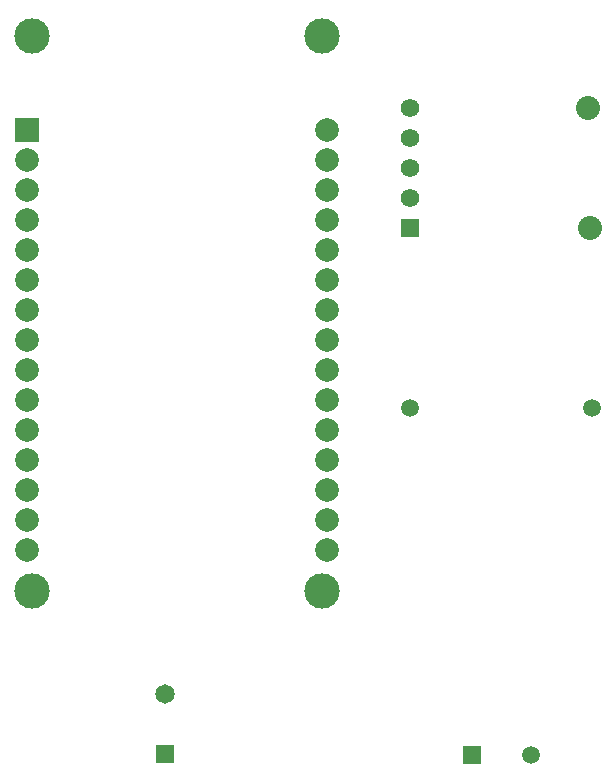
<source format=gbr>
%TF.GenerationSoftware,Altium Limited,Altium Designer,22.1.2 (22)*%
G04 Layer_Color=255*
%FSLAX26Y26*%
%MOIN*%
%TF.SameCoordinates,3D441875-7E2E-40EE-9B33-20ED1D9A15A1*%
%TF.FilePolarity,Positive*%
%TF.FileFunction,Pads,Top*%
%TF.Part,Single*%
G01*
G75*
%TA.AperFunction,ComponentPad*%
%ADD12C,0.118110*%
%ADD13C,0.078740*%
%ADD14R,0.078740X0.078740*%
%ADD15C,0.080000*%
%ADD16R,0.062000X0.062000*%
%ADD17C,0.062000*%
%ADD18R,0.059370X0.059370*%
%ADD19C,0.059370*%
%ADD20R,0.064961X0.064961*%
%ADD21C,0.064961*%
D12*
X1256535Y3719213D02*
D03*
X2221496D02*
D03*
Y1870787D02*
D03*
X1256535D02*
D03*
D13*
X2240000Y2005827D02*
D03*
Y2105827D02*
D03*
Y2205827D02*
D03*
Y2305827D02*
D03*
Y2405827D02*
D03*
Y2505827D02*
D03*
Y2605827D02*
D03*
Y2705827D02*
D03*
Y2805827D02*
D03*
Y2905827D02*
D03*
Y3005827D02*
D03*
Y3105827D02*
D03*
Y3205827D02*
D03*
Y3305827D02*
D03*
Y3405827D02*
D03*
X1240000Y2005827D02*
D03*
Y2105827D02*
D03*
Y2205827D02*
D03*
Y2305827D02*
D03*
Y2405827D02*
D03*
Y2505827D02*
D03*
Y2605827D02*
D03*
Y2705827D02*
D03*
Y2805827D02*
D03*
Y2905827D02*
D03*
Y3005827D02*
D03*
Y3105827D02*
D03*
Y3205827D02*
D03*
Y3305827D02*
D03*
D14*
Y3405827D02*
D03*
D15*
X3110000Y3480000D02*
D03*
X3115000Y3080000D02*
D03*
D16*
X2515000D02*
D03*
D17*
Y3180000D02*
D03*
Y3280000D02*
D03*
Y3380000D02*
D03*
Y3480000D02*
D03*
D18*
X2721575Y1321260D02*
D03*
D19*
X2918425D02*
D03*
X2516850Y2478740D02*
D03*
X3123150D02*
D03*
D20*
X1700000Y1325000D02*
D03*
D21*
Y1525000D02*
D03*
%TF.MD5,ebf96db1228f71ecfb7c83c1ff9e1f88*%
M02*

</source>
